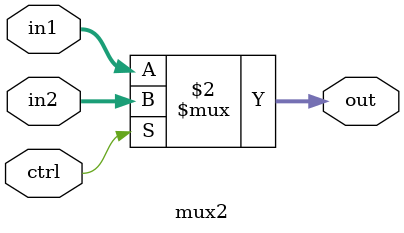
<source format=v>
`timescale 1ns / 1ps


module mux2(output [31:0] out, input [31:0] in1,in2,input ctrl

    );
    
    assign out= (ctrl==1)? in2:in1; 
endmodule

</source>
